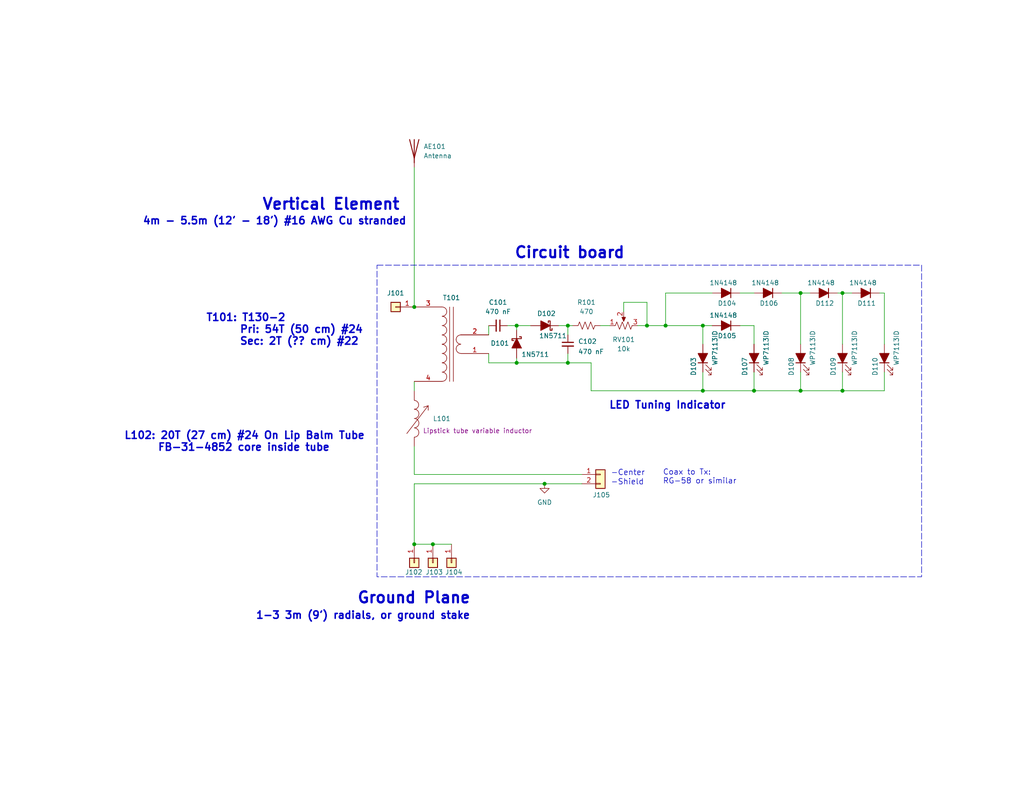
<source format=kicad_sch>
(kicad_sch (version 20250114) (generator "eeschema") (generator_version "9.0")
  (paper "USLetter")
  (title_block (title "80m Bottom-Loaded Vertical Fox Antenna") (date "2026-01-02") (rev "X1.0"))
  (lib_symbols
    (symbol "Connector_Generic:Conn_01x01" (pin_names (offset 1.016) (hide yes))
      (property "Reference" "J" (at 0 2.54 0))
      (property "Value" "Conn_01x01" (at 0 -2.54 0))
      (symbol "Conn_01x01_1_1"
        (rectangle (start -1.27 1.27) (end 1.27 -1.27) (stroke (width 0.254)) (fill (type background)))
        (rectangle (start -1.27 0.127) (end 0 -0.127) (stroke (width 0.1524)))
        (pin passive line (at -5.08 0 0) (length 3.81) (name "Pin_1") (number "1"))
      )
    )
    (symbol "Connector_Generic:Conn_01x02" (pin_names (offset 1.016) (hide yes))
      (property "Reference" "J" (at 0 2.54 0))
      (property "Value" "Conn_01x02" (at 0 -5.08 0))
      (symbol "Conn_01x02_1_1"
        (rectangle (start -1.27 1.27) (end 1.27 -3.81) (stroke (width 0.254)) (fill (type background)))
        (rectangle (start -1.27 0.127) (end 0 -0.127) (stroke (width 0.1524)))
        (rectangle (start -1.27 -2.413) (end 0 -2.667) (stroke (width 0.1524)))
        (pin passive line (at -5.08 0 0) (length 3.81) (name "Pin_1") (number "1"))
        (pin passive line (at -5.08 -2.54 0) (length 3.81) (name "Pin_2") (number "2"))
      )
    )
    (symbol "Coupled_Inductors_2_1" (pin_names (offset 1.016) (hide yes))
      (property "Reference" "T101" (at 0.0085 12.7 0))
      (symbol "Coupled_Inductors_2_1_0_1"
        (arc (start -1.27 1.27) (mid -1.656 0.3936) (end -2.54 0.0254))
        (arc (start -1.27 -1.27) (mid -1.656 -2.1464) (end -2.54 -2.5146))
        (arc (start -2.54 2.54) (mid -1.642 2.168) (end -1.27 1.27))
        (arc (start -2.54 0) (mid -1.642 -0.372) (end -1.27 -1.27))
        (polyline (pts (xy -0.508 -10.16) (xy -0.508 10.16)))
        (polyline (pts (xy 0.508 10.16) (xy 0.508 -10.16)))
        (arc (start 1.2954 8.89) (mid 1.6457 9.7917) (end 2.54 10.16))
        (arc (start 1.2954 6.35) (mid 1.6457 7.2517) (end 2.54 7.62))
        (arc (start 1.2954 3.81) (mid 1.6457 4.7117) (end 2.54 5.08))
        (arc (start 1.2954 -3.81) (mid 1.6457 -2.9083) (end 2.54 -2.54))
        (arc (start 1.2954 -6.35) (mid 1.6457 -5.4483) (end 2.54 -5.08))
        (arc (start 1.2954 -8.89) (mid 1.6457 -7.9883) (end 2.54 -7.62))
        (arc (start 2.54 7.6454) (mid 1.6599 8.0099) (end 1.2954 8.89))
        (arc (start 2.54 5.1054) (mid 1.6599 5.4699) (end 1.2954 6.35))
        (arc (start 2.54 2.5654) (mid 1.6599 2.9299) (end 1.2954 3.81))
        (arc (start 1.3124 1.228) (mid 1.6627 2.1297) (end 2.557 2.498))
        (arc (start 2.54 0.0254) (mid 1.6599 0.3899) (end 1.2954 1.27))
        (arc (start 1.3124 -1.312) (mid 1.6627 -0.4103) (end 2.557 -0.042))
        (arc (start 2.54 -2.5146) (mid 1.6599 -2.1501) (end 1.2954 -1.27))
        (arc (start 2.54 -5.0546) (mid 1.6599 -4.6901) (end 1.2954 -3.81))
        (arc (start 2.54 -7.5946) (mid 1.6599 -7.2301) (end 1.2954 -6.35))
        (arc (start 2.54 -10.1346) (mid 1.6599 -9.7701) (end 1.2954 -8.89))
      )
      (symbol "Coupled_Inductors_2_1_1_1"
        (pin passive line (at -10.16 2.54 0) (length 7.62) (name "IN+") (number "2"))
        (pin passive line (at -10.16 -2.54 0) (length 7.62) (name "PM") (number "1"))
        (pin passive line (at 10.16 10.16 180) (length 7.62) (name "OUT1A") (number "3"))
        (pin passive line (at 10.16 -10.16 180) (length 7.62) (name "OUT1B") (number "4"))
      )
    )
    (symbol "D_Schottky_1" (pin_numbers (hide yes)) (pin_names (offset 1.016) (hide yes))
      (property "Reference" "D" (at 0 2.54 0))
      (property "Value" "D_Schottky" (at 0 -2.54 0))
      (symbol "D_Schottky_1_0_1"
        (polyline (pts (xy -2.032 0.762) (xy -2.032 1.27) (xy -1.524 1.27) (xy -1.524 -1.27) (xy -1.016 -1.27) (xy -1.016 -0.762)) (stroke (width 0.254)))
        (polyline (pts (xy 1.016 1.27) (xy 1.016 -1.27) (xy -1.524 0) (xy 1.016 1.27)) (stroke (width 0.254)) (fill (type outline)))
        (polyline (pts (xy 1.27 0) (xy -1.27 0)))
      )
      (symbol "D_Schottky_1_1_1"
        (pin passive line (at -3.81 0 0) (length 2.54) (name "K") (number "1"))
        (pin passive line (at 3.81 0 180) (length 2.54) (name "A") (number "2"))
      )
    )
    (symbol "Device:Antenna" (pin_numbers (hide yes)) (pin_names (offset 1.016) (hide yes))
      (property "Reference" "AE" (at -1.905 1.905 0))
      (property "Value" "Antenna" (at -1.905 0 0))
      (symbol "Antenna_0_1"
        (polyline (pts (xy 0 2.54) (xy 0 -3.81)) (stroke (width 0.254)))
        (polyline (pts (xy 1.27 2.54) (xy 0 -2.54) (xy -1.27 2.54)) (stroke (width 0.254)))
      )
      (symbol "Antenna_1_1"
        (pin input line (at 0 -5.08 90) (length 2.54) (name "A") (number "1"))
      )
    )
    (symbol "Device:C_Small" (pin_numbers (hide yes)) (pin_names (offset 0.254) (hide yes))
      (property "Reference" "C" (at 0.254 1.778 0))
      (property "Value" "C_Small" (at 0.254 -2.032 0))
      (symbol "C_Small_0_1"
        (polyline (pts (xy -1.524 0.508) (xy 1.524 0.508)) (stroke (width 0.3048)))
        (polyline (pts (xy -1.524 -0.508) (xy 1.524 -0.508)) (stroke (width 0.3302)))
      )
      (symbol "C_Small_1_1"
        (pin passive line (at 0 2.54 270) (length 2.032) (name "~") (number "1"))
        (pin passive line (at 0 -2.54 90) (length 2.032) (name "~") (number "2"))
      )
    )
    (symbol "Device:INDUCTOR_VARIABLE" (pin_numbers (hide yes)) (pin_names (offset 1.016) (hide yes))
      (property "Reference" "L101" (at -1.27 0 90))
      (symbol "INDUCTOR_VARIABLE_0_1"
        (polyline (pts (xy -2.032 -4.064) (xy 3.81 3.556) (xy 3.81 2.286)))
        (arc (start 0.0254 4.9784) (mid 1.1942 3.7719) (end 0.0254 2.5654))
        (arc (start 0.0254 2.5908) (mid 1.2704 1.3081) (end 0.0254 0.0254))
        (arc (start 0.0254 0.0508) (mid 1.2704 -1.2319) (end 0.0254 -2.5146))
        (arc (start 0.0254 -2.54) (mid 1.245 -3.7973) (end 0.0254 -5.0546))
        (polyline (pts (xy 3.81 3.5306) (xy 2.54 3.1242)))
      )
      (symbol "INDUCTOR_VARIABLE_1_1"
        (pin passive line (at 0 7.62 270) (length 2.54) (name "1") (number "1"))
        (pin passive line (at 0 -7.62 90) (length 2.54) (name "2") (number "2"))
      )
    )
    (symbol "Device:R_Potentiometer_US" (pin_names (offset 1.016) (hide yes))
      (property "Reference" "RV" (at -4.445 0 90))
      (property "Value" "R_Potentiometer_US" (at -2.54 0 90))
      (symbol "R_Potentiometer_US_0_1"
        (polyline (pts (xy 0 2.54) (xy 0 2.286)))
        (polyline (pts (xy 0 2.286) (xy 1.016 1.905) (xy 0 1.524) (xy -1.016 1.143) (xy 0 0.762)))
        (polyline (pts (xy 0 0.762) (xy 1.016 0.381) (xy 0 0) (xy -1.016 -0.381) (xy 0 -0.762)))
        (polyline (pts (xy 0 -0.762) (xy 1.016 -1.143) (xy 0 -1.524) (xy -1.016 -1.905) (xy 0 -2.286)))
        (polyline (pts (xy 0 -2.286) (xy 0 -2.54)))
        (polyline (pts (xy 1.143 0) (xy 2.286 0.508) (xy 2.286 -0.508) (xy 1.143 0)) (fill (type outline)))
        (polyline (pts (xy 2.54 0) (xy 1.524 0)))
      )
      (symbol "R_Potentiometer_US_1_1"
        (pin passive line (at 0 3.81 270) (length 1.27) (name "1") (number "1"))
        (pin passive line (at 0 -3.81 90) (length 1.27) (name "3") (number "3"))
        (pin passive line (at 3.81 0 180) (length 1.27) (name "2") (number "2"))
      )
    )
    (symbol "Device:R_US" (pin_numbers (hide yes)) (pin_names (offset 0))
      (property "Reference" "R" (at 2.54 0 90))
      (property "Value" "R_US" (at -2.54 0 90))
      (symbol "R_US_0_1"
        (polyline (pts (xy 0 2.286) (xy 0 2.54)))
        (polyline (pts (xy 0 2.286) (xy 1.016 1.905) (xy 0 1.524) (xy -1.016 1.143) (xy 0 0.762)))
        (polyline (pts (xy 0 0.762) (xy 1.016 0.381) (xy 0 0) (xy -1.016 -0.381) (xy 0 -0.762)))
        (polyline (pts (xy 0 -0.762) (xy 1.016 -1.143) (xy 0 -1.524) (xy -1.016 -1.905) (xy 0 -2.286)))
        (polyline (pts (xy 0 -2.286) (xy 0 -2.54)))
      )
      (symbol "R_US_1_1"
        (pin passive line (at 0 3.81 270) (length 1.27) (name "~") (number "1"))
        (pin passive line (at 0 -3.81 90) (length 1.27) (name "~") (number "2"))
      )
    )
    (symbol "Diode:1N4148WT" (pin_numbers (hide yes)) (pin_names (hide yes))
      (property "Reference" "D" (at 0 2.54 0))
      (property "Value" "1N4148WT" (at 0 -2.54 0))
      (symbol "1N4148WT_0_1"
        (polyline (pts (xy -1.27 1.27) (xy -1.27 -1.27)) (stroke (width 0.254)))
        (polyline (pts (xy 1.27 1.27) (xy 1.27 -1.27) (xy -1.27 0) (xy 1.27 1.27)) (stroke (width 0.254)) (fill (type outline)))
        (polyline (pts (xy 1.27 0) (xy -1.27 0)))
      )
      (symbol "1N4148WT_1_1"
        (pin passive line (at -3.81 0 0) (length 2.54) (name "K") (number "1"))
        (pin passive line (at 3.81 0 180) (length 2.54) (name "A") (number "2"))
      )
    )
    (symbol "LED_1" (pin_numbers (hide yes)) (pin_names (offset 1.016) (hide yes))
      (property "Reference" "D" (at 0 2.54 0))
      (property "Value" "LED" (at 0 -2.54 0))
      (symbol "LED_1_0_1"
        (polyline (pts (xy -3.048 -0.762) (xy -4.572 -2.286) (xy -3.81 -2.286) (xy -4.572 -2.286) (xy -4.572 -1.524)))
        (polyline (pts (xy -1.778 -0.762) (xy -3.302 -2.286) (xy -2.54 -2.286) (xy -3.302 -2.286) (xy -3.302 -1.524)))
        (polyline (pts (xy -1.27 0) (xy 1.27 0)))
        (polyline (pts (xy -1.27 -1.27) (xy -1.27 1.27)) (stroke (width 0.254)))
        (polyline (pts (xy 1.27 -1.27) (xy 1.27 1.27) (xy -1.27 0) (xy 1.27 -1.27)) (stroke (width 0.254)) (fill (type outline)))
      )
      (symbol "LED_1_1_1"
        (pin passive line (at -3.81 0 0) (length 2.54) (name "K") (number "1"))
        (pin passive line (at 3.81 0 180) (length 2.54) (name "A") (number "2"))
      )
    )
    (symbol "power:GND" (power) (pin_numbers (hide yes)) (pin_names (offset 0) (hide yes))
      (property "Value" "GND" (at 0 -3.81 0))
      (symbol "GND_0_1"
        (polyline (pts (xy 0 0) (xy 0 -1.27) (xy 1.27 -1.27) (xy 0 -2.54) (xy -1.27 -1.27) (xy 0 -1.27)))
      )
      (symbol "GND_1_1"
        (pin power_in line (at 0 0 270) (length 0) (name "~") (number "1"))
      )
    )
  )
  (rectangle (start 102.87 72.39) (end 251.46 157.48) (stroke (width 0) (type dash)))
  (text "LED Tuning Indicator" (at 182.118 110.744 0) (effects (font (size 2.0066 2.0066) (thickness 0.4013) (bold yes))))
  (text "-Shield" (at 166.624 132.588 0) (effects (font (size 1.524 1.524)) (justify left bottom)))
  (text "Coax to Tx:\nRG-58 or similar" (at 180.848 132.334 0) (effects (font (size 1.4986 1.4986)) (justify left bottom)))
  (text "-Center" (at 166.624 130.048 0) (effects (font (size 1.524 1.524)) (justify left bottom)))
  (text "L102: 20T (27 cm) #24 On Lip Balm Tube\n      FB-31-4852 core inside tube" (at 33.782 123.444 0) (effects (font (size 2.0066 2.0066) (thickness 0.4013) (bold yes)) (justify left bottom)))
  (text "4m - 5.5m (12' - 18') #16 AWG Cu stranded" (at 74.93 60.452 0) (effects (font (size 2.0066 2.0066) (thickness 0.4013) (bold yes))))
  (text "1-3 3m (9') radials, or ground stake" (at 99.06 168.148 0) (effects (font (size 2.0066 2.0066) (thickness 0.4013) (bold yes))))
  (text "Circuit board" (at 140.208 70.866 0) (effects (font (size 2.9972 2.9972) (thickness 0.5994) (bold yes)) (justify left bottom)))
  (text "Vertical Element" (at 71.374 57.658 0) (effects (font (size 2.9972 2.9972) (thickness 0.5994) (bold yes)) (justify left bottom)))
  (text "T101: T130-2\n      Pri: 54T (50 cm) #24\n      Sec: 2T (?? cm) #22" (at 56.134 94.488 0) (effects (font (size 2.0066 2.0066) (thickness 0.4013) (bold yes)) (justify left bottom)))
  (text "Ground Plane" (at 97.282 165.1 0) (effects (font (size 2.9972 2.9972) (thickness 0.5994) (bold yes)) (justify left bottom)))
  (junction (at 181.61 88.9))
  (junction (at 176.53 88.9))
  (junction (at 118.11 148.59))
  (junction (at 229.87 106.68))
  (junction (at 113.03 83.82))
  (junction (at 191.77 106.68))
  (junction (at 140.97 99.06))
  (junction (at 205.74 106.68))
  (junction (at 140.97 88.9))
  (junction (at 191.77 88.9))
  (junction (at 154.94 99.06))
  (junction (at 229.87 80.01))
  (junction (at 148.59 132.08))
  (junction (at 113.03 148.59))
  (junction (at 154.94 88.9))
  (junction (at 218.44 80.01))
  (junction (at 218.44 106.68))
  (wire (pts (xy 170.18 85.09) (xy 170.18 82.55)))
  (wire (pts (xy 191.77 106.68) (xy 205.74 106.68)))
  (wire (pts (xy 194.31 80.01) (xy 181.61 80.01)))
  (wire (pts (xy 181.61 88.9) (xy 191.77 88.9)))
  (wire (pts (xy 241.3 106.68) (xy 229.87 106.68)))
  (wire (pts (xy 154.94 88.9) (xy 154.94 91.44)))
  (wire (pts (xy 133.35 99.06) (xy 140.97 99.06)))
  (wire (pts (xy 140.97 88.9) (xy 138.43 88.9)))
  (wire (pts (xy 158.75 129.54) (xy 113.03 129.54)))
  (wire (pts (xy 218.44 80.01) (xy 218.44 93.98)))
  (wire (pts (xy 133.35 96.52) (xy 133.35 99.06)))
  (wire (pts (xy 140.97 88.9) (xy 140.97 90.17)))
  (wire (pts (xy 148.59 132.08) (xy 113.03 132.08)))
  (wire (pts (xy 161.29 106.68) (xy 191.77 106.68)))
  (wire (pts (xy 113.03 132.08) (xy 113.03 148.59)))
  (wire (pts (xy 220.98 80.01) (xy 218.44 80.01)))
  (wire (pts (xy 229.87 101.6) (xy 229.87 106.68)))
  (wire (pts (xy 113.03 45.72) (xy 113.03 83.82)))
  (wire (pts (xy 240.03 80.01) (xy 241.3 80.01)))
  (wire (pts (xy 191.77 101.6) (xy 191.77 106.68)))
  (wire (pts (xy 205.74 80.01) (xy 201.93 80.01)))
  (wire (pts (xy 161.29 99.06) (xy 161.29 106.68)))
  (wire (pts (xy 173.99 88.9) (xy 176.53 88.9)))
  (wire (pts (xy 205.74 106.68) (xy 218.44 106.68)))
  (wire (pts (xy 176.53 82.55) (xy 176.53 88.9)))
  (wire (pts (xy 229.87 80.01) (xy 229.87 93.98)))
  (wire (pts (xy 170.18 82.55) (xy 176.53 82.55)))
  (wire (pts (xy 133.35 88.9) (xy 133.35 91.44)))
  (wire (pts (xy 201.93 88.9) (xy 205.74 88.9)))
  (wire (pts (xy 191.77 88.9) (xy 194.31 88.9)))
  (wire (pts (xy 229.87 106.68) (xy 218.44 106.68)))
  (wire (pts (xy 144.78 88.9) (xy 140.97 88.9)))
  (wire (pts (xy 176.53 88.9) (xy 181.61 88.9)))
  (wire (pts (xy 154.94 88.9) (xy 156.21 88.9)))
  (wire (pts (xy 228.6 80.01) (xy 229.87 80.01)))
  (wire (pts (xy 113.03 148.59) (xy 118.11 148.59)))
  (wire (pts (xy 163.83 88.9) (xy 166.37 88.9)))
  (wire (pts (xy 205.74 88.9) (xy 205.74 93.98)))
  (wire (pts (xy 113.03 129.54) (xy 113.03 121.92)))
  (wire (pts (xy 181.61 80.01) (xy 181.61 88.9)))
  (wire (pts (xy 113.03 104.14) (xy 113.03 106.68)))
  (wire (pts (xy 229.87 80.01) (xy 232.41 80.01)))
  (wire (pts (xy 140.97 99.06) (xy 154.94 99.06)))
  (wire (pts (xy 205.74 101.6) (xy 205.74 106.68)))
  (wire (pts (xy 191.77 88.9) (xy 191.77 93.98)))
  (wire (pts (xy 118.11 148.59) (xy 123.19 148.59)))
  (wire (pts (xy 154.94 99.06) (xy 161.29 99.06)))
  (wire (pts (xy 152.4 88.9) (xy 154.94 88.9)))
  (wire (pts (xy 158.75 132.08) (xy 148.59 132.08)))
  (wire (pts (xy 241.3 80.01) (xy 241.3 93.98)))
  (wire (pts (xy 213.36 80.01) (xy 218.44 80.01)))
  (wire (pts (xy 140.97 99.06) (xy 140.97 97.79)))
  (wire (pts (xy 241.3 101.6) (xy 241.3 106.68)))
  (wire (pts (xy 218.44 101.6) (xy 218.44 106.68)))
  (wire (pts (xy 154.94 96.52) (xy 154.94 99.06)))
  (symbol (lib_id "Diode:1N4148WT") (at 209.55 80.01 0) (mirror y) (unit 1)
    (property "Reference" "D106" (at 209.804 82.804 0))
    (property "Value" "1N4148" (at 208.788 77.216 0))
    (property "Footprint" "Diode_THT:D_DO-35_SOD27_P2.54mm_Vertical_KathodeUp" (effects (hide yes)))
    (property "Datasheet" "https://www.onsemi.com/download/data-sheet/pdf/1n914-d.pdf" (effects (hide yes)))
    (property "Description" "Diode 100 V 200mA Through Hole DO-35" (effects (hide yes)))
    (property "Digi-Key Part No." "1N4148FS-ND " (effects (hide yes)))
    (property "Manufacturer" "onsemi" (effects (hide yes)))
    (property "Manufacturer PN" "1N4148" (effects (hide yes)))
    (property "Link" "https://www.digikey.com/en/products/detail/onsemi/1N4148/458603" (effects (hide yes)))
  )
  (symbol (lib_name "LED_1") (lib_id "Device:LED") (at 191.77 97.79 90) (unit 1)
    (property "Reference" "D103" (at 189.23 100.076 0))
    (property "Value" "WP7113ID" (at 195.072 94.996 0))
    (property "Footprint" "LED_THT:LED_D5.0mm" (effects (hide yes)))
    (property "Datasheet" "https://www.kingbrightusa.com/images/catalog/SPEC/WP7113ID.pdf" (effects (hide yes)))
    (property "Description" "LED RED DIFFUSED T-1 3/4 T/H" (effects (hide yes)))
    (property "Digi-Key Part No." "754-1264-ND" (effects (hide yes)))
    (property "Link" "https://www.digikey.com/en/products/detail/kingbright/WP7113ID/1747663" (effects (hide yes)))
    (property "Manufacturer" "Kingbright" (effects (hide yes)))
    (property "Manufacturer PN" "WP7113ID" (effects (hide yes)))
  )
  (symbol (lib_id "Connector_Generic:Conn_01x01") (at 123.19 153.67 90) (mirror x) (unit 1) (in_bom no)
    (property "Reference" "J104" (at 121.412 156.21 90) (effects (justify right)))
    (property "Value" "Conn_01x01" (effects (hide yes)))
    (property "Description" "Generic connector, single row, 01x01, script generated (kicad-library-utils/schlib/autogen/connector/)" (effects (hide yes)))
  )
  (symbol (lib_name "Coupled_Inductors_2_1") (lib_id "Device:Coupled_Inductors_2") (at 123.19 93.98 0) (mirror y) (unit 1)
    (property "Reference" "T101" (at 123.1815 81.28 0))
    (property "Value" "Coupled_Inductors_2" (effects (hide yes)))
    (property "Footprint" "Inductor_THT:Core_150A_2_windings_Horiz_TH" (effects (hide yes)))
    (property "Description" "Transformer, high-inductance primary, weak secondary coupling" (effects (hide yes)))
    (property "Link" "https://amidoncorp.com/t130-2/" (effects (hide yes)))
    (property "Manufacturer" "Amidon" (effects (hide yes)))
    (property "Manufacturer PN" "T130-2" (effects (hide yes)))
  )
  (symbol (lib_id "Device:INDUCTOR_VARIABLE") (at 113.03 114.3 0) (unit 1)
    (property "Reference" "L101" (at 118.11 114.2999 0) (effects (justify left)))
    (property "Value" "FB-31-4852" (effects (hide yes)))
    (property "Footprint" "Inductor_THT:L_Lipstick_Tube_Variable" (effects (hide yes)))
    (property "Description" "Lipstick tube variable inductor" (at 130.302 117.602 0))
    (property "Manufacturer" "Amidon" (effects (hide yes)))
    (property "Manufacturer PN" "FB-31-4852" (effects (hide yes)))
  )
  (symbol (lib_id "Connector_Generic:Conn_01x01") (at 113.03 153.67 90) (mirror x) (unit 1) (in_bom no)
    (property "Reference" "J102" (at 110.49 156.21 90) (effects (justify right)))
    (property "Value" "Conn_01x01" (effects (hide yes)))
    (property "Description" "Generic connector, single row, 01x01, script generated (kicad-library-utils/schlib/autogen/connector/)" (effects (hide yes)))
  )
  (symbol (lib_name "LED_1") (lib_id "Device:LED") (at 218.44 97.79 90) (unit 1)
    (property "Reference" "D108" (at 215.9 100.076 0))
    (property "Value" "WP7113ID" (at 221.742 94.996 0))
    (property "Footprint" "LED_THT:LED_D5.0mm" (effects (hide yes)))
    (property "Datasheet" "https://www.kingbrightusa.com/images/catalog/SPEC/WP7113ID.pdf" (effects (hide yes)))
    (property "Description" "LED RED DIFFUSED T-1 3/4 T/H" (effects (hide yes)))
    (property "Digi-Key Part No." "754-1264-ND" (effects (hide yes)))
    (property "Link" "https://www.digikey.com/en/products/detail/kingbright/WP7113ID/1747663" (effects (hide yes)))
    (property "Manufacturer" "Kingbright" (effects (hide yes)))
    (property "Manufacturer PN" "WP7113ID" (effects (hide yes)))
  )
  (symbol (lib_id "Device:C_Small") (at 154.94 93.98 0) (unit 1)
    (property "Reference" "C102" (at 157.734 93.218 0) (effects (justify left)))
    (property "Value" "470 nF" (at 157.734 96.012 0) (effects (justify left)))
    (property "Footprint" "Capacitor_THT:C_Disc_D3.0mm_W2.0mm_P2.50mm" (effects (hide yes)))
    (property "Datasheet" "https://product.tdk.com/en/system/files/dam/doc/product/capacitor/ceramic/lead-mlcc/catalog/leadmlcc_halogenfree_fa_en.pdf" (effects (hide yes)))
    (property "Description" "CAP CER 0.47UF 100V X7S RADIAL" (effects (hide yes)))
    (property "Digi-Key Part No." "445-180414-1-ND " (effects (hide yes)))
    (property "Manufacturer" "TDK Corporation" (effects (hide yes)))
    (property "Manufacturer PN" "FA14X7S2A474KRU06" (effects (hide yes)))
    (property "Link" "https://www.digikey.com/en/products/detail/tdk-corporation/FA14X7S2A474KRU06/5865817" (effects (hide yes)))
  )
  (symbol (lib_name "D_Schottky_1") (lib_id "Device:D_Schottky") (at 140.97 93.98 270) (unit 1)
    (property "Reference" "D101" (at 136.398 93.726 90))
    (property "Value" "1N5711" (at 146.05 96.774 90))
    (property "Footprint" "Diode_THT:D_DO-35_SOD27_P7.62mm_Horizontal" (effects (hide yes)))
    (property "Datasheet" "https://www.st.com/content/ccc/resource/technical/document/datasheet/a8/9d/10/57/ac/a3/4f/81/CD00000759.pdf/files/CD00000759.pdf/jcr:content/translations/en.CD00000759.pdf" (effects (hide yes)))
    (property "Description" "RF DIODE SCHOTTKY 70V 430MW DO35" (effects (hide yes)))
    (property "Digi-Key Part No." "497-2499-1-ND" (effects (hide yes)))
    (property "Link" "https://www.digikey.com/en/products/detail/stmicroelectronics/1N5711/603524" (effects (hide yes)))
    (property "Manufacturer" "STMicroelectronics" (effects (hide yes)))
    (property "Manufacturer PN" "1N5711" (effects (hide yes)))
  )
  (symbol (lib_id "Connector_Generic:Conn_01x02") (at 163.83 129.54 0) (unit 1) (in_bom no)
    (property "Reference" "J105" (at 164.084 135.128 0))
    (property "Value" "Conn_01x02" (effects (hide yes)))
    (property "Description" "Generic connector, single row, 01x02, script generated (kicad-library-utils/schlib/autogen/connector/)" (effects (hide yes)))
  )
  (symbol (lib_id "Device:C_Small") (at 135.89 88.9 270) (unit 1)
    (property "Reference" "C101" (at 135.8836 82.55 90))
    (property "Value" "470 nF" (at 135.8836 85.09 90))
    (property "Footprint" "Capacitor_THT:C_Disc_D3.0mm_W2.0mm_P2.50mm" (effects (hide yes)))
    (property "Datasheet" "https://product.tdk.com/en/system/files/dam/doc/product/capacitor/ceramic/lead-mlcc/catalog/leadmlcc_halogenfree_fa_en.pdf" (effects (hide yes)))
    (property "Description" "CAP CER 0.47UF 100V X7S RADIAL" (effects (hide yes)))
    (property "Digi-Key Part No." "445-180414-1-ND " (effects (hide yes)))
    (property "Manufacturer" "TDK Corporation" (effects (hide yes)))
    (property "Manufacturer PN" "FA14X7S2A474KRU06" (effects (hide yes)))
    (property "Link" "https://www.digikey.com/en/products/detail/tdk-corporation/FA14X7S2A474KRU06/5865817" (effects (hide yes)))
  )
  (symbol (lib_id "power:GND") (at 148.59 132.08 0) (unit 1)
    (property "Reference" "#PWR0101" (effects (hide yes)))
    (property "Value" "GND" (at 148.59 137.16 0))
    (property "Description" "Power symbol creates a global label with name \"GND\" , ground" (effects (hide yes)))
  )
  (symbol (lib_name "LED_1") (lib_id "Device:LED") (at 241.3 97.79 90) (unit 1)
    (property "Reference" "D110" (at 238.76 100.076 0))
    (property "Value" "WP7113ID" (at 244.602 94.996 0))
    (property "Footprint" "LED_THT:LED_D5.0mm" (effects (hide yes)))
    (property "Datasheet" "https://www.kingbrightusa.com/images/catalog/SPEC/WP7113ID.pdf" (effects (hide yes)))
    (property "Description" "LED RED DIFFUSED T-1 3/4 T/H" (effects (hide yes)))
    (property "Digi-Key Part No." "754-1264-ND" (effects (hide yes)))
    (property "Link" "https://www.digikey.com/en/products/detail/kingbright/WP7113ID/1747663" (effects (hide yes)))
    (property "Manufacturer" "Kingbright" (effects (hide yes)))
    (property "Manufacturer PN" "WP7113ID" (effects (hide yes)))
  )
  (symbol (lib_id "Device:R_US") (at 160.02 88.9 90) (unit 1)
    (property "Reference" "R101" (at 160.02 82.55 90))
    (property "Value" "470" (at 160.02 85.09 90))
    (property "Footprint" "Resistor_THT:R_Axial_DIN0207_L6.3mm_D2.5mm_P7.62mm_Horizontal" (effects (hide yes)))
    (property "Description" "RES 470 OHM 5% 1/8W AXIAL" (effects (hide yes)))
    (property "Digi-Key Part No." "CF18JT470RCT-ND" (effects (hide yes)))
    (property "Link" "https://www.digikey.com/en/products/detail/stackpole-electronics-inc/CF18JT470R/1741717" (effects (hide yes)))
    (property "Manufacturer" "Stackpole Electronics Inc" (effects (hide yes)))
    (property "Manufacturer PN" "CF18JT470R" (effects (hide yes)))
  )
  (symbol (lib_id "Connector_Generic:Conn_01x01") (at 107.95 83.82 0) (mirror y) (unit 1) (in_bom no)
    (property "Reference" "J101" (at 107.95 80.01 0))
    (property "Value" "Conn_01x01" (effects (hide yes)))
    (property "Description" "Generic connector, single row, 01x01, script generated (kicad-library-utils/schlib/autogen/connector/)" (effects (hide yes)))
  )
  (symbol (lib_id "Device:Antenna") (at 113.03 40.64 0) (unit 1) (in_bom no)
    (property "Reference" "AE101" (at 115.57 40.0049 0) (effects (justify left)))
    (property "Value" "Antenna" (at 115.57 42.5449 0) (effects (justify left)))
    (property "Description" "Antenna" (effects (hide yes)))
  )
  (symbol (lib_name "LED_1") (lib_id "Device:LED") (at 229.87 97.79 90) (unit 1)
    (property "Reference" "D109" (at 227.33 100.076 0))
    (property "Value" "WP7113ID" (at 233.172 94.996 0))
    (property "Footprint" "LED_THT:LED_D5.0mm" (effects (hide yes)))
    (property "Datasheet" "https://www.kingbrightusa.com/images/catalog/SPEC/WP7113ID.pdf" (effects (hide yes)))
    (property "Description" "LED RED DIFFUSED T-1 3/4 T/H" (effects (hide yes)))
    (property "Digi-Key Part No." "754-1264-ND" (effects (hide yes)))
    (property "Link" "https://www.digikey.com/en/products/detail/kingbright/WP7113ID/1747663" (effects (hide yes)))
    (property "Manufacturer" "Kingbright" (effects (hide yes)))
    (property "Manufacturer PN" "WP7113ID" (effects (hide yes)))
  )
  (symbol (lib_id "Diode:1N4148WT") (at 198.12 88.9 0) (mirror y) (unit 1)
    (property "Reference" "D105" (at 198.374 91.694 0))
    (property "Value" "1N4148" (at 197.358 86.106 0))
    (property "Footprint" "Diode_THT:D_DO-35_SOD27_P2.54mm_Vertical_KathodeUp" (effects (hide yes)))
    (property "Datasheet" "https://www.onsemi.com/download/data-sheet/pdf/1n914-d.pdf" (effects (hide yes)))
    (property "Description" "Diode 100 V 200mA Through Hole DO-35" (effects (hide yes)))
    (property "Digi-Key Part No." "1N4148FS-ND " (effects (hide yes)))
    (property "Manufacturer" "onsemi" (effects (hide yes)))
    (property "Manufacturer PN" "1N4148" (effects (hide yes)))
    (property "Link" "https://www.digikey.com/en/products/detail/onsemi/1N4148/458603" (effects (hide yes)))
  )
  (symbol (lib_name "LED_1") (lib_id "Device:LED") (at 205.74 97.79 90) (unit 1)
    (property "Reference" "D107" (at 203.2 100.076 0))
    (property "Value" "WP7113ID" (at 209.042 94.996 0))
    (property "Footprint" "LED_THT:LED_D5.0mm" (effects (hide yes)))
    (property "Datasheet" "https://www.kingbrightusa.com/images/catalog/SPEC/WP7113ID.pdf" (effects (hide yes)))
    (property "Description" "LED RED DIFFUSED T-1 3/4 T/H" (effects (hide yes)))
    (property "Digi-Key Part No." "754-1264-ND" (effects (hide yes)))
    (property "Link" "https://www.digikey.com/en/products/detail/kingbright/WP7113ID/1747663" (effects (hide yes)))
    (property "Manufacturer" "Kingbright" (effects (hide yes)))
    (property "Manufacturer PN" "WP7113ID" (effects (hide yes)))
  )
  (symbol (lib_id "Diode:1N4148WT") (at 236.22 80.01 0) (mirror y) (unit 1)
    (property "Reference" "D111" (at 236.474 82.804 0))
    (property "Value" "1N4148" (at 235.458 77.216 0))
    (property "Footprint" "Diode_THT:D_DO-35_SOD27_P2.54mm_Vertical_KathodeUp" (effects (hide yes)))
    (property "Datasheet" "https://www.onsemi.com/download/data-sheet/pdf/1n914-d.pdf" (effects (hide yes)))
    (property "Description" "Diode 100 V 200mA Through Hole DO-35" (effects (hide yes)))
    (property "Digi-Key Part No." "1N4148FS-ND " (effects (hide yes)))
    (property "Manufacturer" "onsemi" (effects (hide yes)))
    (property "Manufacturer PN" "1N4148" (effects (hide yes)))
    (property "Link" "https://www.digikey.com/en/products/detail/onsemi/1N4148/458603" (effects (hide yes)))
  )
  (symbol (lib_name "D_Schottky_1") (lib_id "Device:D_Schottky") (at 148.59 88.9 180) (unit 1)
    (property "Reference" "D102" (at 149.098 85.598 0))
    (property "Value" "1N5711" (at 150.876 91.694 0))
    (property "Footprint" "Diode_THT:D_DO-35_SOD27_P7.62mm_Horizontal" (effects (hide yes)))
    (property "Datasheet" "https://www.st.com/content/ccc/resource/technical/document/datasheet/a8/9d/10/57/ac/a3/4f/81/CD00000759.pdf/files/CD00000759.pdf/jcr:content/translations/en.CD00000759.pdf" (effects (hide yes)))
    (property "Description" "RF DIODE SCHOTTKY 70V 430MW DO35" (effects (hide yes)))
    (property "Digi-Key Part No." "497-2499-1-ND" (effects (hide yes)))
    (property "Manufacturer" "STMicroelectronics" (effects (hide yes)))
    (property "Manufacturer PN" "1N5711" (effects (hide yes)))
    (property "Link" "https://www.digikey.com/en/products/detail/stmicroelectronics/1N5711/603524" (effects (hide yes)))
  )
  (symbol (lib_id "Diode:1N4148WT") (at 224.79 80.01 0) (mirror y) (unit 1)
    (property "Reference" "D112" (at 225.044 82.804 0))
    (property "Value" "1N4148" (at 224.028 77.216 0))
    (property "Footprint" "Diode_THT:D_DO-35_SOD27_P2.54mm_Vertical_KathodeUp" (effects (hide yes)))
    (property "Datasheet" "https://www.onsemi.com/download/data-sheet/pdf/1n914-d.pdf" (effects (hide yes)))
    (property "Description" "Diode 100 V 200mA Through Hole DO-35" (effects (hide yes)))
    (property "Digi-Key Part No." "1N4148FS-ND " (effects (hide yes)))
    (property "Manufacturer" "onsemi" (effects (hide yes)))
    (property "Manufacturer PN" "1N4148" (effects (hide yes)))
    (property "Link" "https://www.digikey.com/en/products/detail/onsemi/1N4148/458603" (effects (hide yes)))
  )
  (symbol (lib_id "Diode:1N4148WT") (at 198.12 80.01 0) (mirror y) (unit 1)
    (property "Reference" "D104" (at 198.374 82.804 0))
    (property "Value" "1N4148" (at 197.358 77.216 0))
    (property "Footprint" "Diode_THT:D_DO-35_SOD27_P2.54mm_Vertical_KathodeUp" (effects (hide yes)))
    (property "Datasheet" "https://www.onsemi.com/download/data-sheet/pdf/1n914-d.pdf" (effects (hide yes)))
    (property "Description" "Diode 100 V 200mA Through Hole DO-35" (effects (hide yes)))
    (property "Digi-Key Part No." "1N4148FS-ND " (effects (hide yes)))
    (property "Link" "https://www.digikey.com/en/products/detail/onsemi/1N4148/458603" (effects (hide yes)))
    (property "Manufacturer" "onsemi" (effects (hide yes)))
    (property "Manufacturer PN" "1N4148" (effects (hide yes)))
  )
  (symbol (lib_id "Connector_Generic:Conn_01x01") (at 118.11 153.67 90) (mirror x) (unit 1) (in_bom no)
    (property "Reference" "J103" (at 116.078 156.21 90) (effects (justify right)))
    (property "Value" "Conn_01x01" (effects (hide yes)))
    (property "Description" "Generic connector, single row, 01x01, script generated (kicad-library-utils/schlib/autogen/connector/)" (effects (hide yes)))
  )
  (symbol (lib_id "Device:R_Potentiometer_US") (at 170.18 88.9 90) (unit 1)
    (property "Reference" "RV101" (at 170.18 92.71 90))
    (property "Value" "10k" (at 170.18 95.25 90))
    (property "Footprint" "Potentiometer_THT:Potentiometer_Bourns_3296W_Vertical" (effects (hide yes)))
    (property "Datasheet" "https://www.bourns.com/docs/product-datasheets/3296.pdf" (effects (hide yes)))
    (property "Description" "Potentiometer, US symbol" (effects (hide yes)))
    (property "Digi-Key Part No." "3296W-103LF-ND" (effects (hide yes)))
    (property "Manufacturer" "Bourns Inc." (effects (hide yes)))
    (property "Manufacturer PN" "3296W-1-103LF" (effects (hide yes)))
    (property "Link" "https://www.digikey.com/en/products/detail/bourns-inc/3296W-1-103LF/1088045" (effects (hide yes)))
  )
  (sheet (at -25.4 5.08) (size 16.51 11.43) (exclude_from_sim yes) (on_board no) (dnp yes) (stroke (width 0.1524))
    (property "Sheetname" "Hardware" (at -25.4 4.3684 0) (effects (justify left bottom)))
    (property "Sheetfile" "hardware.kicad_sch" (at -25.4 17.0946 0) (effects (justify left top)))
  )
)
</source>
